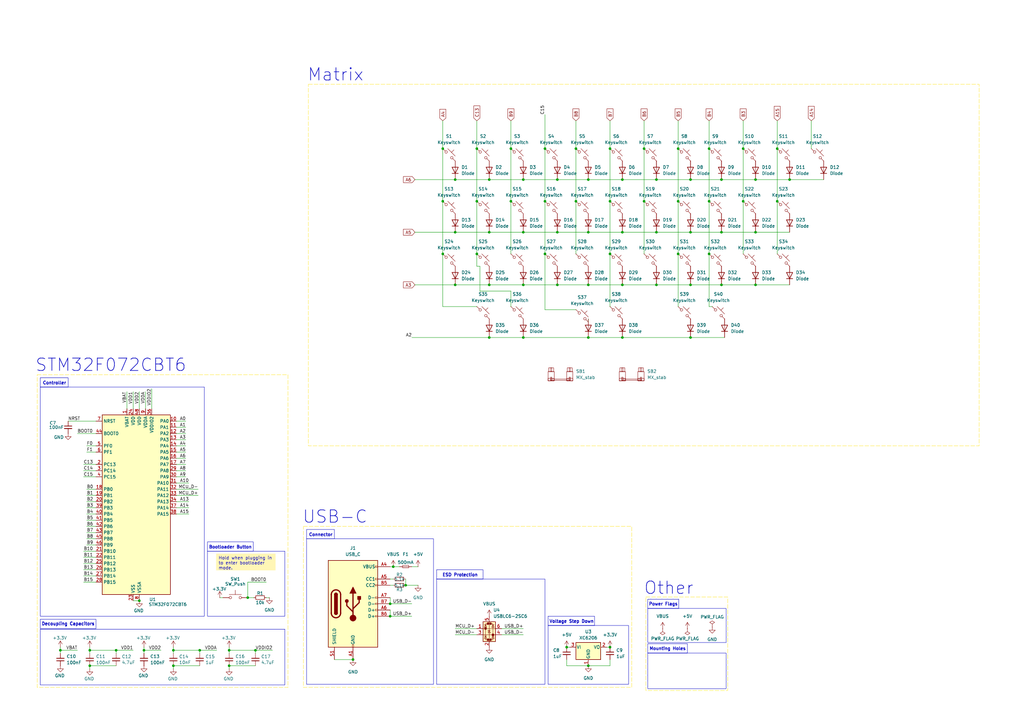
<source format=kicad_sch>
(kicad_sch (version 20231120) (generator "eeschema") (generator_version "8.0")
  (paper "A3")
  (title_block (rev "V1.0.0"))
  (junction (at 195.58 82.55))
  (junction (at 71.12 273.05))
  (junction (at 161.29 232.41))
  (junction (at 241.3 73.66))
  (junction (at 250.19 104.14))
  (junction (at 290.83 104.14))
  (junction (at 255.27 116.84))
  (junction (at 255.27 95.25))
  (junction (at 304.8 82.55))
  (junction (at 200.66 73.66))
  (junction (at 186.69 95.25))
  (junction (at 223.52 82.55))
  (junction (at 228.6 116.84))
  (junction (at 318.77 82.55))
  (junction (at 269.24 116.84))
  (junction (at 232.41 265.43))
  (junction (at 283.21 116.84))
  (junction (at 309.88 95.25))
  (junction (at 241.3 116.84))
  (junction (at 47.625 266.7))
  (junction (at 269.24 73.66))
  (junction (at 214.63 73.66))
  (junction (at 278.13 82.55))
  (junction (at 59.055 266.7))
  (junction (at 200.66 138.43))
  (junction (at 223.52 104.14))
  (junction (at 57.15 246.38))
  (junction (at 144.78 270.51))
  (junction (at 36.83 273.05))
  (junction (at 290.83 82.55))
  (junction (at 278.13 60.96))
  (junction (at 160.02 247.65))
  (junction (at 283.21 138.43))
  (junction (at 278.13 104.14))
  (junction (at 186.69 116.84))
  (junction (at 181.61 60.96))
  (junction (at 295.91 95.25))
  (junction (at 101.6 245.11))
  (junction (at 181.61 82.55))
  (junction (at 236.22 82.55))
  (junction (at 160.02 252.73))
  (junction (at 200.66 116.84))
  (junction (at 323.85 73.66))
  (junction (at 195.58 104.14))
  (junction (at 228.6 73.66))
  (junction (at 209.55 60.96))
  (junction (at 283.21 73.66))
  (junction (at 104.775 266.7))
  (junction (at 295.91 73.66))
  (junction (at 255.27 73.66))
  (junction (at 241.3 95.25))
  (junction (at 24.765 266.7))
  (junction (at 195.58 60.96))
  (junction (at 93.98 273.05))
  (junction (at 36.83 266.7))
  (junction (at 214.63 116.84))
  (junction (at 304.8 60.96))
  (junction (at 214.63 138.43))
  (junction (at 209.55 82.55))
  (junction (at 81.915 266.7))
  (junction (at 236.22 60.96))
  (junction (at 166.37 240.03))
  (junction (at 200.66 95.25))
  (junction (at 250.19 60.96))
  (junction (at 309.88 116.84))
  (junction (at 295.91 116.84))
  (junction (at 269.24 95.25))
  (junction (at 71.12 266.7))
  (junction (at 283.21 95.25))
  (junction (at 228.6 95.25))
  (junction (at 255.27 138.43))
  (junction (at 241.3 273.05))
  (junction (at 214.63 95.25))
  (junction (at 264.16 60.96))
  (junction (at 223.52 60.96))
  (junction (at 290.83 60.96))
  (junction (at 309.88 73.66))
  (junction (at 264.16 82.55))
  (junction (at 250.19 265.43))
  (junction (at 181.61 104.14))
  (junction (at 186.69 73.66))
  (junction (at 318.77 60.96))
  (junction (at 93.98 266.7))
  (junction (at 241.3 138.43))
  (junction (at 250.19 82.55))
  (wire (pts (xy 186.69 95.25) (xy 200.66 95.25)))
  (wire (pts (xy 186.69 116.84) (xy 200.66 116.84)))
  (wire (pts (xy 34.29 231.14) (xy 39.37 231.14)))
  (wire (pts (xy 34.29 238.76) (xy 39.37 238.76)))
  (wire (pts (xy 200.66 73.66) (xy 214.63 73.66)))
  (wire (pts (xy 71.12 266.7) (xy 71.12 267.97)))
  (wire (pts (xy 34.29 193.04) (xy 39.37 193.04)))
  (wire (pts (xy 160.02 250.19) (xy 160.02 252.73)))
  (wire (pts (xy 160.02 232.41) (xy 161.29 232.41)))
  (wire (pts (xy 52.07 160.655) (xy 52.07 167.64)))
  (wire (pts (xy 195.58 60.96) (xy 195.58 82.55)))
  (wire (pts (xy 27.94 172.72) (xy 39.37 172.72)))
  (wire (pts (xy 181.61 49.53) (xy 181.61 60.96)))
  (wire (pts (xy 332.74 49.53) (xy 332.74 60.96)))
  (wire (pts (xy 278.13 60.96) (xy 278.13 82.55)))
  (wire (pts (xy 76.2 193.04) (xy 72.39 193.04)))
  (wire (pts (xy 248.92 265.43) (xy 250.19 265.43)))
  (wire (pts (xy 76.2 185.42) (xy 72.39 185.42)))
  (wire (pts (xy 309.88 116.84) (xy 323.85 116.84)))
  (wire (pts (xy 24.765 266.7) (xy 24.765 267.97)))
  (wire (pts (xy 101.6 245.11) (xy 104.14 245.11)))
  (wire (pts (xy 47.625 266.7) (xy 47.625 267.97)))
  (wire (pts (xy 81.28 200.66) (xy 72.39 200.66)))
  (wire (pts (xy 24.765 265.43) (xy 24.765 266.7)))
  (wire (pts (xy 209.55 119.38) (xy 209.55 125.73)))
  (wire (pts (xy 278.13 49.53) (xy 278.13 60.96)))
  (wire (pts (xy 283.21 73.66) (xy 295.91 73.66)))
  (wire (pts (xy 278.13 104.14) (xy 278.13 125.73)))
  (wire (pts (xy 137.16 270.51) (xy 144.78 270.51)))
  (wire (pts (xy 166.37 237.49) (xy 166.37 240.03)))
  (wire (pts (xy 76.2 195.58) (xy 72.39 195.58)))
  (wire (pts (xy 160.02 245.11) (xy 160.02 247.65)))
  (wire (pts (xy 168.91 232.41) (xy 171.45 232.41)))
  (wire (pts (xy 228.6 95.25) (xy 241.3 95.25)))
  (wire (pts (xy 241.3 273.05) (xy 250.19 273.05)))
  (wire (pts (xy 35.56 218.44) (xy 39.37 218.44)))
  (wire (pts (xy 250.19 82.55) (xy 250.19 104.14)))
  (wire (pts (xy 35.56 213.36) (xy 39.37 213.36)))
  (wire (pts (xy 181.61 125.73) (xy 195.58 125.73)))
  (wire (pts (xy 93.98 273.05) (xy 104.775 273.05)))
  (wire (pts (xy 168.91 138.43) (xy 200.66 138.43)))
  (wire (pts (xy 36.83 273.05) (xy 47.625 273.05)))
  (wire (pts (xy 77.47 210.82) (xy 72.39 210.82)))
  (wire (pts (xy 255.27 73.66) (xy 269.24 73.66)))
  (wire (pts (xy 35.56 203.2) (xy 39.37 203.2)))
  (wire (pts (xy 250.19 104.14) (xy 250.19 125.73)))
  (wire (pts (xy 34.29 228.6) (xy 39.37 228.6)))
  (wire (pts (xy 160.02 237.49) (xy 161.29 237.49)))
  (wire (pts (xy 76.2 180.34) (xy 72.39 180.34)))
  (wire (pts (xy 250.19 270.51) (xy 250.19 273.05)))
  (wire (pts (xy 318.77 60.96) (xy 318.77 82.55)))
  (wire (pts (xy 232.41 265.43) (xy 233.68 265.43)))
  (wire (pts (xy 186.69 73.66) (xy 200.66 73.66)))
  (wire (pts (xy 236.22 60.96) (xy 236.22 82.55)))
  (wire (pts (xy 255.27 138.43) (xy 283.21 138.43)))
  (wire (pts (xy 200.66 138.43) (xy 214.63 138.43)))
  (wire (pts (xy 35.56 182.88) (xy 39.37 182.88)))
  (wire (pts (xy 214.63 116.84) (xy 228.6 116.84)))
  (wire (pts (xy 290.83 82.55) (xy 290.83 104.14)))
  (wire (pts (xy 76.2 172.72) (xy 72.39 172.72)))
  (wire (pts (xy 304.8 49.53) (xy 304.8 60.96)))
  (wire (pts (xy 186.69 257.81) (xy 195.58 257.81)))
  (wire (pts (xy 181.61 82.55) (xy 181.61 104.14)))
  (wire (pts (xy 66.04 266.7) (xy 59.055 266.7)))
  (wire (pts (xy 250.19 60.96) (xy 250.19 82.55)))
  (wire (pts (xy 109.22 245.11) (xy 110.49 245.11)))
  (wire (pts (xy 161.29 232.41) (xy 163.83 232.41)))
  (wire (pts (xy 104.775 266.7) (xy 111.76 266.7)))
  (wire (pts (xy 236.22 82.55) (xy 236.22 104.14)))
  (wire (pts (xy 323.85 73.66) (xy 337.82 73.66)))
  (wire (pts (xy 54.61 246.38) (xy 57.15 246.38)))
  (wire (pts (xy 36.83 274.32) (xy 36.83 273.05)))
  (wire (pts (xy 309.88 73.66) (xy 323.85 73.66)))
  (wire (pts (xy 59.69 160.655) (xy 59.69 167.64)))
  (wire (pts (xy 62.23 159.385) (xy 62.23 167.64)))
  (wire (pts (xy 209.55 82.55) (xy 209.55 104.14)))
  (wire (pts (xy 35.56 208.28) (xy 39.37 208.28)))
  (wire (pts (xy 34.29 226.06) (xy 39.37 226.06)))
  (wire (pts (xy 255.27 95.25) (xy 269.24 95.25)))
  (wire (pts (xy 34.29 233.68) (xy 39.37 233.68)))
  (wire (pts (xy 170.18 95.25) (xy 186.69 95.25)))
  (wire (pts (xy 93.98 265.43) (xy 93.98 266.7)))
  (wire (pts (xy 209.55 60.96) (xy 209.55 82.55)))
  (wire (pts (xy 223.52 82.55) (xy 223.52 104.14)))
  (wire (pts (xy 295.91 116.84) (xy 309.88 116.84)))
  (wire (pts (xy 71.12 274.32) (xy 71.12 273.05)))
  (wire (pts (xy 214.63 260.35) (xy 205.74 260.35)))
  (wire (pts (xy 269.24 95.25) (xy 283.21 95.25)))
  (wire (pts (xy 186.69 260.35) (xy 195.58 260.35)))
  (wire (pts (xy 223.52 104.14) (xy 223.52 127)))
  (wire (pts (xy 35.56 205.74) (xy 39.37 205.74)))
  (wire (pts (xy 196.85 119.38) (xy 209.55 119.38)))
  (wire (pts (xy 76.2 175.26) (xy 72.39 175.26)))
  (wire (pts (xy 250.19 49.53) (xy 250.19 60.96)))
  (wire (pts (xy 264.16 60.96) (xy 264.16 82.55)))
  (wire (pts (xy 241.3 95.25) (xy 255.27 95.25)))
  (wire (pts (xy 34.29 236.22) (xy 39.37 236.22)))
  (wire (pts (xy 269.24 73.66) (xy 283.21 73.66)))
  (wire (pts (xy 241.3 73.66) (xy 255.27 73.66)))
  (wire (pts (xy 36.83 265.43) (xy 36.83 266.7)))
  (wire (pts (xy 209.55 49.53) (xy 209.55 60.96)))
  (wire (pts (xy 77.47 208.28) (xy 72.39 208.28)))
  (wire (pts (xy 283.21 95.25) (xy 295.91 95.25)))
  (wire (pts (xy 57.15 160.655) (xy 57.15 167.64)))
  (wire (pts (xy 93.98 266.7) (xy 93.98 267.97)))
  (wire (pts (xy 214.63 257.81) (xy 205.74 257.81)))
  (wire (pts (xy 264.16 49.53) (xy 264.16 60.96)))
  (wire (pts (xy 241.3 132.08) (xy 241.3 130.81)))
  (wire (pts (xy 304.8 82.55) (xy 304.8 104.14)))
  (wire (pts (xy 170.18 73.66) (xy 186.69 73.66)))
  (wire (pts (xy 232.41 273.05) (xy 241.3 273.05)))
  (wire (pts (xy 241.3 116.84) (xy 255.27 116.84)))
  (wire (pts (xy 195.58 82.55) (xy 195.58 104.14)))
  (wire (pts (xy 304.8 60.96) (xy 304.8 82.55)))
  (wire (pts (xy 101.6 238.76) (xy 101.6 245.11)))
  (wire (pts (xy 47.625 266.7) (xy 54.61 266.7)))
  (wire (pts (xy 283.21 138.43) (xy 297.18 138.43)))
  (wire (pts (xy 223.52 127) (xy 236.22 127)))
  (wire (pts (xy 168.91 247.65) (xy 160.02 247.65)))
  (wire (pts (xy 168.91 252.73) (xy 160.02 252.73)))
  (wire (pts (xy 290.83 60.96) (xy 290.83 82.55)))
  (wire (pts (xy 228.6 116.84) (xy 241.3 116.84)))
  (wire (pts (xy 195.58 109.22) (xy 195.58 104.14)))
  (wire (pts (xy 81.28 203.2) (xy 72.39 203.2)))
  (wire (pts (xy 59.055 266.7) (xy 59.055 267.97)))
  (wire (pts (xy 76.2 190.5) (xy 72.39 190.5)))
  (wire (pts (xy 196.85 119.38) (xy 196.85 109.22)))
  (wire (pts (xy 214.63 95.25) (xy 228.6 95.25)))
  (wire (pts (xy 76.2 182.88) (xy 72.39 182.88)))
  (wire (pts (xy 35.56 185.42) (xy 39.37 185.42)))
  (wire (pts (xy 71.12 273.05) (xy 81.915 273.05)))
  (wire (pts (xy 232.41 270.51) (xy 232.41 273.05)))
  (wire (pts (xy 34.29 195.58) (xy 39.37 195.58)))
  (wire (pts (xy 236.22 49.53) (xy 236.22 60.96)))
  (wire (pts (xy 318.77 49.53) (xy 318.77 60.96)))
  (wire (pts (xy 228.6 73.66) (xy 241.3 73.66)))
  (wire (pts (xy 264.16 82.55) (xy 264.16 104.14)))
  (wire (pts (xy 59.055 265.43) (xy 59.055 266.7)))
  (wire (pts (xy 76.2 177.8) (xy 72.39 177.8)))
  (wire (pts (xy 255.27 116.84) (xy 269.24 116.84)))
  (wire (pts (xy 90.17 245.11) (xy 91.44 245.11)))
  (wire (pts (xy 93.98 274.32) (xy 93.98 273.05)))
  (wire (pts (xy 181.61 60.96) (xy 181.61 82.55)))
  (wire (pts (xy 283.21 116.84) (xy 295.91 116.84)))
  (wire (pts (xy 290.83 49.53) (xy 290.83 60.96)))
  (wire (pts (xy 71.12 265.43) (xy 71.12 266.7)))
  (wire (pts (xy 309.88 95.25) (xy 323.85 95.25)))
  (wire (pts (xy 290.83 104.14) (xy 290.83 125.73)))
  (wire (pts (xy 36.83 266.7) (xy 47.625 266.7)))
  (wire (pts (xy 170.18 116.84) (xy 186.69 116.84)))
  (wire (pts (xy 109.22 238.76) (xy 101.6 238.76)))
  (wire (pts (xy 200.66 116.84) (xy 214.63 116.84)))
  (wire (pts (xy 223.52 60.96) (xy 223.52 82.55)))
  (wire (pts (xy 35.56 223.52) (xy 39.37 223.52)))
  (wire (pts (xy 104.775 266.7) (xy 104.775 267.97)))
  (wire (pts (xy 200.66 95.25) (xy 214.63 95.25)))
  (wire (pts (xy 223.52 46.99) (xy 223.52 60.96)))
  (wire (pts (xy 81.915 266.7) (xy 81.915 267.97)))
  (wire (pts (xy 35.56 210.82) (xy 39.37 210.82)))
  (wire (pts (xy 36.83 266.7) (xy 36.83 267.97)))
  (wire (pts (xy 160.02 240.03) (xy 161.29 240.03)))
  (wire (pts (xy 31.75 266.7) (xy 24.765 266.7)))
  (wire (pts (xy 290.83 125.73) (xy 292.1 125.73)))
  (wire (pts (xy 214.63 138.43) (xy 241.3 138.43)))
  (wire (pts (xy 295.91 73.66) (xy 309.88 73.66)))
  (wire (pts (xy 54.61 160.655) (xy 54.61 167.64)))
  (wire (pts (xy 241.3 138.43) (xy 255.27 138.43)))
  (wire (pts (xy 71.12 266.7) (xy 81.915 266.7)))
  (wire (pts (xy 181.61 104.14) (xy 181.61 125.73)))
  (wire (pts (xy 81.915 266.7) (xy 88.9 266.7)))
  (wire (pts (xy 77.47 198.12) (xy 72.39 198.12)))
  (wire (pts (xy 77.47 205.74) (xy 72.39 205.74)))
  (wire (pts (xy 35.56 220.98) (xy 39.37 220.98)))
  (wire (pts (xy 76.2 187.96) (xy 72.39 187.96)))
  (wire (pts (xy 31.75 177.8) (xy 39.37 177.8)))
  (wire (pts (xy 269.24 116.84) (xy 283.21 116.84)))
  (wire (pts (xy 318.77 82.55) (xy 318.77 104.14)))
  (wire (pts (xy 295.91 95.25) (xy 309.88 95.25)))
  (wire (pts (xy 34.29 190.5) (xy 39.37 190.5)))
  (wire (pts (xy 278.13 82.55) (xy 278.13 104.14)))
  (wire (pts (xy 196.85 109.22) (xy 195.58 109.22)))
  (wire (pts (xy 195.58 49.53) (xy 195.58 60.96)))
  (wire (pts (xy 166.37 240.03) (xy 171.45 240.03)))
  (wire (pts (xy 35.56 200.66) (xy 39.37 200.66)))
  (wire (pts (xy 93.98 266.7) (xy 104.775 266.7)))
  (wire (pts (xy 214.63 73.66) (xy 228.6 73.66)))
  (wire (pts (xy 35.56 215.9) (xy 39.37 215.9)))
  (rectangle (start 179.07 237.49) (end 223.52 280.67))
  (rectangle (start 16.51 258.064) (end 116.84 280.924))
  (rectangle (start 125.73 217.17) (end 137.16 220.98))
  (rectangle (start 265.684 264.033) (end 281.94 267.843))
  (rectangle (start 224.79 256.54) (end 257.81 280.67))
  (rectangle (start 15.24 153.67) (end 118.11 281.94) (stroke (width 0) (type dash) (color 255 229 36 1)))
  (rectangle (start 16.51 154.94) (end 27.94 158.75))
  (rectangle (start 265.684 245.745) (end 278.384 249.555))
  (rectangle (start 124.46 215.9) (end 259.08 281.94) (stroke (width 0) (type dash) (color 255 229 36 1)))
  (rectangle (start 85.09 222.25) (end 103.886 226.06))
  (rectangle (start 265.684 267.843) (end 297.815 282.448))
  (rectangle (start 264.922 244.856) (end 298.45 283.21) (stroke (width 0) (type dash) (color 255 229 36 1)))
  (rectangle (start 224.79 252.73) (end 243.84 256.54))
  (rectangle (start 85.09 226.06) (end 116.84 252.73))
  (rectangle (start 179.07 233.68) (end 198.12 237.49))
  (rectangle (start 126.492 34.544) (end 401.574 182.88) (stroke (width 0) (type dash) (color 255 229 36 1)))
  (rectangle (start 16.51 158.75) (end 83.82 252.73))
  (rectangle (start 125.73 220.98) (end 177.8 280.67))
  (rectangle (start 265.684 249.555) (end 297.815 263.525))
  (rectangle (start 16.51 254) (end 39.37 257.81))
  (text_box "Hold when plugging in to enter bootloader mode." (at 88.646 227.076 0) (size 24.384 6.858) (stroke (width -0.0001)) (fill (type color) (color 255 229 36 0.33)) (effects (font (size 1.27 1.27)) (justify left top)))
  (text "STM32F072CBT6" (at 45.466 149.86 0) (effects (font (size 5.08 5.08) (thickness 0.254) (bold yes))))
  (text "USB-C\n" (at 137.414 212.09 0) (effects (font (size 5.08 5.08) (thickness 0.254) (bold yes))))
  (text "Mounting Holes" (at 273.812 266.192 0) (effects (font (size 1.27 1.27) (thickness 0.254) (bold yes))))
  (text "Decoupling Capacitors" (at 27.94 256.032 0) (effects (font (size 1.27 1.27) (thickness 0.254) (bold yes))))
  (text "Controller\n" (at 22.352 157.226 0) (effects (font (size 1.27 1.27) (thickness 0.254) (bold yes))))
  (text "ESD Protection" (at 188.722 235.966 0) (effects (font (size 1.27 1.27) (thickness 0.254) (bold yes))))
  (text "Power Flags" (at 272.034 247.904 0) (effects (font (size 1.27 1.27) (thickness 0.254) (bold yes))))
  (text "Voltage Step Down" (at 234.442 255.016 0) (effects (font (size 1.27 1.27) (thickness 0.254) (bold yes))))
  (text "Other" (at 274.32 241.3 0) (effects (font (size 5.08 5.08) (thickness 0.254) (bold yes))))
  (text "Bootloader Button" (at 94.488 224.536 0) (effects (font (size 1.27 1.27) (thickness 0.254) (bold yes))))
  (text "Matrix" (at 137.668 30.734 0) (effects (font (size 5.08 5.08) (thickness 0.254) (bold yes))))
  (text "Connector\n" (at 131.572 219.456 0) (effects (font (size 1.27 1.27) (thickness 0.254) (bold yes))))
  (label "A7" (at 76.2 190.5 180))
  (label "A6" (at 76.2 187.96 180))
  (label "A10" (at 77.47 198.12 180))
  (label "B0" (at 35.56 200.66 0))
  (label "B6" (at 35.56 215.9 0))
  (label "MCU_D-" (at 81.28 200.66 180))
  (label "A3" (at 76.2 180.34 180))
  (label "B7" (at 35.56 218.44 0))
  (label "A15" (at 77.47 210.82 180))
  (label "VBAT" (at 31.75 266.7 180))
  (label "A5" (at 76.2 185.42 180))
  (label "B5" (at 35.56 213.36 0))
  (label "B1" (at 35.56 203.2 0))
  (label "B9" (at 35.56 223.52 0))
  (label "VDDIO2" (at 62.23 159.385 270))
  (label "USB_D+" (at 168.91 252.73 180))
  (label "B11" (at 34.29 228.6 0))
  (label "B4" (at 35.56 210.82 0))
  (label "MCU_D+" (at 81.28 203.2 180))
  (label "A14" (at 77.47 208.28 180))
  (label "NRST" (at 27.94 172.72 0))
  (label "VDDIO2" (at 111.76 266.7 180))
  (label "VDD2" (at 57.15 160.655 270))
  (label "A2" (at 76.2 177.8 180))
  (label "VDDA" (at 59.69 160.655 270))
  (label "F0" (at 35.56 182.88 0))
  (label "BOOT0" (at 109.22 238.76 180))
  (label "B15" (at 34.29 238.76 0))
  (label "F1" (at 35.56 185.42 0))
  (label "A13" (at 77.47 205.74 180))
  (label "B12" (at 34.29 231.14 0))
  (label "A9" (at 76.2 195.58 180))
  (label "A2" (at 168.91 138.43 180))
  (label "A8" (at 76.2 193.04 180))
  (label "C15" (at 223.52 46.99 90))
  (label "C13" (at 34.29 190.5 0))
  (label "B8" (at 35.56 220.98 0))
  (label "USB_D-" (at 168.91 247.65 180))
  (label "MCU_D-" (at 186.69 260.35 0))
  (label "BOOT0" (at 31.75 177.8 0))
  (label "A1" (at 76.2 175.26 180))
  (label "B2" (at 35.56 205.74 0))
  (label "C15" (at 34.29 195.58 0))
  (label "B13" (at 34.29 233.68 0))
  (label "VDD1" (at 54.61 160.655 270))
  (label "VDDA" (at 88.9 266.7 180))
  (label "VDD2" (at 66.04 266.7 180))
  (label "B3" (at 35.56 208.28 0))
  (label "B10" (at 34.29 226.06 0))
  (label "USB_D-" (at 214.63 260.35 180))
  (label "VBAT" (at 52.07 160.655 270))
  (label "A0" (at 76.2 172.72 180))
  (label "B14" (at 34.29 236.22 0))
  (label "MCU_D+" (at 186.69 257.81 0))
  (label "A4" (at 76.2 182.88 180))
  (label "USB_D+" (at 214.63 257.81 180))
  (label "VDD1" (at 54.61 266.7 180))
  (label "C14" (at 34.29 193.04 0))
  (global_label "A14" (shape input) (at 332.74 49.53 90) (property "Intersheetrefs" "${INTERSHEET_REFS}" (effects (hide yes))))
  (global_label "B6" (shape input) (at 264.16 49.53 90) (property "Intersheetrefs" "${INTERSHEET_REFS}" (effects (hide yes))))
  (global_label "B5" (shape input) (at 278.13 49.53 90) (property "Intersheetrefs" "${INTERSHEET_REFS}" (effects (hide yes))))
  (global_label "A4" (shape input) (at 181.61 49.53 90) (property "Intersheetrefs" "${INTERSHEET_REFS}" (effects (hide yes))))
  (global_label "B7" (shape input) (at 250.19 49.53 90) (property "Intersheetrefs" "${INTERSHEET_REFS}" (effects (hide yes))))
  (global_label "A3" (shape input) (at 170.18 116.84 180) (property "Intersheetrefs" "${INTERSHEET_REFS}" (effects (hide yes))))
  (global_label "A6" (shape input) (at 170.18 73.66 180) (property "Intersheetrefs" "${INTERSHEET_REFS}" (effects (hide yes))))
  (global_label "A15" (shape input) (at 318.77 49.53 90) (property "Intersheetrefs" "${INTERSHEET_REFS}" (effects (hide yes))))
  (global_label "B3" (shape input) (at 304.8 49.53 90) (property "Intersheetrefs" "${INTERSHEET_REFS}" (effects (hide yes))))
  (global_label "B8" (shape input) (at 236.22 49.53 90) (property "Intersheetrefs" "${INTERSHEET_REFS}" (effects (hide yes))))
  (global_label "B4" (shape input) (at 290.83 49.53 90) (property "Intersheetrefs" "${INTERSHEET_REFS}" (effects (hide yes))))
  (global_label "B9" (shape input) (at 209.55 49.53 90) (property "Intersheetrefs" "${INTERSHEET_REFS}" (effects (hide yes))))
  (global_label "A5" (shape input) (at 170.18 95.25 180) (property "Intersheetrefs" "${INTERSHEET_REFS}" (effects (hide yes))))
  (global_label "C13" (shape input) (at 195.58 49.53 90) (property "Intersheetrefs" "${INTERSHEET_REFS}" (effects (hide yes))))
  (symbol (lib_id "ScottoKeebs:Placeholder_Keyswitch") (at 293.37 63.5 0) (unit 1)
    (property "Reference" "S9" (at 293.37 55.88 0))
    (property "Value" "Keyswitch" (at 293.37 58.42 0))
    (property "Footprint" "PCM_marbastlib-mx:SW_MX_1u" (effects (hide yes)))
    (property "Description" "Push button switch, normally open, two pins, 45° tilted" (effects (hide yes)))
  )
  (symbol (lib_id "ScottoKeebs:Placeholder_Diode") (at 255.27 91.44 90) (unit 1)
    (property "Reference" "D18" (at 257.81 90.1699 90) (effects (justify right)))
    (property "Value" "Diode" (at 257.81 92.7099 90) (effects (justify right)))
    (property "Footprint" "ScottoKeebs_Components:Diode_SOD-123" (effects (hide yes)))
    (property "Description" "1N4148 (DO-35) or 1N4148W (SOD-123)" (effects (hide yes)))
    (property "Sim.Device" "D" (effects (hide yes)))
    (property "Sim.Pins" "1=K 2=A" (effects (hide yes)))
  )
  (symbol (lib_id "ScottoKeebs:Placeholder_Keyswitch") (at 321.31 85.09 0) (unit 1)
    (property "Reference" "S23" (at 321.31 77.47 0))
    (property "Value" "Keyswitch" (at 321.31 80.01 0))
    (property "Footprint" "PCM_marbastlib-mx:SW_MX_1.75u" (effects (hide yes)))
    (property "Description" "Push button switch, normally open, two pins, 45° tilted" (effects (hide yes)))
  )
  (symbol (lib_id "power:+3.3V") (at 93.98 265.43 0) (unit 1)
    (property "Reference" "#PWR024" (effects (hide yes)))
    (property "Value" "+3.3V" (at 93.726 261.62 0))
    (property "Description" "Power symbol creates a global label with name \"+3.3V\"" (effects (hide yes)))
  )
  (symbol (lib_id "power:+3.3V") (at 90.17 245.11 0) (unit 1)
    (property "Reference" "#PWR06" (effects (hide yes)))
    (property "Value" "+3.3V" (at 89.916 241.554 0))
    (property "Description" "Power symbol creates a global label with name \"+3.3V\"" (effects (hide yes)))
  )
  (symbol (lib_id "MCU_ST_STM32F0:STM32F072CBTx") (at 54.61 208.28 0) (unit 1)
    (property "Reference" "U1" (at 61.214 245.872 0) (effects (justify left)))
    (property "Value" "STM32F072CBT6" (at 60.96 247.904 0) (effects (justify left)))
    (property "Footprint" "ScottoKeebs_Components:Package_LQFP-48_7x7mm_P0.5" (effects (hide yes)))
    (property "Datasheet" "https://www.st.com/resource/en/datasheet/stm32f072cb.pdf" (effects (hide yes)))
    (property "Description" "STMicroelectronics Arm Cortex-M0 MCU, 128KB flash, 16KB RAM, 48 MHz, 2.0-3.6V, 37 GPIO, LQFP48" (effects (hide yes)))
    (property "LCSC" "C81720" (effects (hide yes)))
    (property "JlcRotOffset" "-90" (effects (hide yes)))
  )
  (symbol (lib_id "Regulator_Linear:XC6206PxxxMR") (at 241.3 265.43 0) (unit 1)
    (property "Reference" "U3" (at 241.3 259.08 0))
    (property "Value" "XC6206" (at 241.3 261.62 0))
    (property "Footprint" "ScottoKeebs_Components:Voltage_SOT-23" (effects (hide yes)))
    (property "Datasheet" "https://www.torexsemi.com/file/xc6206/XC6206.pdf" (effects (hide yes)))
    (property "Description" "Positive 60-250mA Low Dropout Regulator, Fixed Output, SOT-23" (effects (hide yes)))
    (property "LCSC" "C5446" (effects (hide yes)))
    (property "JlcRotOffset" "180" (effects (hide yes)))
  )
  (symbol (lib_id "power:+5V") (at 171.45 232.41 0) (unit 1)
    (property "Reference" "#PWR010" (effects (hide yes)))
    (property "Value" "+5V" (at 171.45 227.33 0))
    (property "Description" "Power symbol creates a global label with name \"+5V\"" (effects (hide yes)))
  )
  (symbol (lib_id "power:GND") (at 57.15 246.38 0) (unit 1)
    (property "Reference" "#PWR02" (effects (hide yes)))
    (property "Value" "GND" (at 56.896 250.444 0))
    (property "Description" "Power symbol creates a global label with name \"GND\" , ground" (effects (hide yes)))
  )
  (symbol (lib_id "ScottoKeebs:Placeholder_Diode") (at 241.3 113.03 90) (unit 1)
    (property "Reference" "D28" (at 243.84 111.7599 90) (effects (justify right)))
    (property "Value" "Diode" (at 243.84 114.2999 90) (effects (justify right)))
    (property "Footprint" "ScottoKeebs_Components:Diode_SOD-123" (effects (hide yes)))
    (property "Description" "1N4148 (DO-35) or 1N4148W (SOD-123)" (effects (hide yes)))
    (property "Sim.Device" "D" (effects (hide yes)))
    (property "Sim.Pins" "1=K 2=A" (effects (hide yes)))
  )
  (symbol (lib_id "ScottoKeebs:Placeholder_Keyswitch") (at 321.31 63.5 0) (unit 1)
    (property "Reference" "S11" (at 321.31 55.88 0))
    (property "Value" "Keyswitch" (at 321.31 58.42 0))
    (property "Footprint" "PCM_marbastlib-mx:SW_MX_1u" (effects (hide yes)))
    (property "Description" "Push button switch, normally open, two pins, 45° tilted" (effects (hide yes)))
  )
  (symbol (lib_id "Device:R_Small") (at 106.68 245.11 270) (unit 1)
    (property "Reference" "R1" (at 106.68 243.332 90))
    (property "Value" "10k" (at 106.68 247.142 90))
    (property "Footprint" "ScottoKeebs_Components:Resistor_0402" (effects (hide yes)))
    (property "Description" "Resistor, small symbol" (effects (hide yes)))
    (property "LCSC" "C25744" (effects (hide yes)))
  )
  (symbol (lib_id "ScottoKeebs:Placeholder_Keyswitch") (at 280.67 106.68 0) (unit 1)
    (property "Reference" "S31" (at 280.67 99.06 0))
    (property "Value" "Keyswitch" (at 280.67 101.6 0))
    (property "Footprint" "PCM_marbastlib-mx:SW_MX_1u" (effects (hide yes)))
    (property "Description" "Push button switch, normally open, two pins, 45° tilted" (effects (hide yes)))
  )
  (symbol (lib_id "Device:C_Small") (at 36.83 270.51 180) (unit 1)
    (property "Reference" "C11" (at 39.37 269.2335 0) (effects (justify right)))
    (property "Value" "100nF" (at 39.37 271.7735 0) (effects (justify right)))
    (property "Footprint" "ScottoKeebs_Components:Capacitor_0402" (effects (hide yes)))
    (property "Description" "Unpolarized capacitor, small symbol" (effects (hide yes)))
    (property "LCSC" "C307331" (effects (hide yes)))
    (property "MPN" "CL05B104KB54PNC" (effects (hide yes)))
  )
  (symbol (lib_id "ScottoKeebs:Placeholder_Keyswitch") (at 252.73 128.27 0) (unit 1)
    (property "Reference" "S38" (at 252.73 120.65 0))
    (property "Value" "Keyswitch" (at 252.73 123.19 0))
    (property "Footprint" "PCM_marbastlib-mx:SW_MX_1u" (effects (hide yes)))
    (property "Description" "Push button switch, normally open, two pins, 45° tilted" (effects (hide yes)))
  )
  (symbol (lib_id "ScottoKeebs:Placeholder_Keyswitch") (at 226.06 106.68 0) (unit 1)
    (property "Reference" "S27" (at 226.06 99.06 0))
    (property "Value" "Keyswitch" (at 226.06 101.6 0))
    (property "Footprint" "PCM_marbastlib-mx:SW_MX_1u" (effects (hide yes)))
    (property "Description" "Push button switch, normally open, two pins, 45° tilted" (effects (hide yes)))
  )
  (symbol (lib_id "ScottoKeebs:Placeholder_Diode") (at 200.66 134.62 90) (unit 1)
    (property "Reference" "D35" (at 203.2 133.3499 90) (effects (justify right)))
    (property "Value" "Diode" (at 203.2 135.8899 90) (effects (justify right)))
    (property "Footprint" "ScottoKeebs_Components:Diode_SOD-123" (effects (hide yes)))
    (property "Description" "1N4148 (DO-35) or 1N4148W (SOD-123)" (effects (hide yes)))
    (property "Sim.Device" "D" (effects (hide yes)))
    (property "Sim.Pins" "1=K 2=A" (effects (hide yes)))
  )
  (symbol (lib_id "power:+3.3V") (at 24.765 265.43 0) (unit 1)
    (property "Reference" "#PWR020" (effects (hide yes)))
    (property "Value" "+3.3V" (at 24.511 261.62 0))
    (property "Description" "Power symbol creates a global label with name \"+3.3V\"" (effects (hide yes)))
  )
  (symbol (lib_id "power:+5V") (at 232.41 265.43 0) (unit 1)
    (property "Reference" "#PWR016" (effects (hide yes)))
    (property "Value" "+5V" (at 232.41 260.35 0))
    (property "Description" "Power symbol creates a global label with name \"+5V\"" (effects (hide yes)))
  )
  (symbol (lib_id "ScottoKeebs:Placeholder_Diode") (at 200.66 91.44 90) (unit 1)
    (property "Reference" "D14" (at 203.2 90.1699 90) (effects (justify right)))
    (property "Value" "Diode" (at 203.2 92.7099 90) (effects (justify right)))
    (property "Footprint" "ScottoKeebs_Components:Diode_SOD-123" (effects (hide yes)))
    (property "Description" "1N4148 (DO-35) or 1N4148W (SOD-123)" (effects (hide yes)))
    (property "Sim.Device" "D" (effects (hide yes)))
    (property "Sim.Pins" "1=K 2=A" (effects (hide yes)))
  )
  (symbol (lib_id "ScottoKeebs:Placeholder_Keyswitch") (at 238.76 106.68 0) (unit 1)
    (property "Reference" "S28" (at 238.76 99.06 0))
    (property "Value" "Keyswitch" (at 238.76 101.6 0))
    (property "Footprint" "PCM_marbastlib-mx:SW_MX_1u" (effects (hide yes)))
    (property "Description" "Push button switch, normally open, two pins, 45° tilted" (effects (hide yes)))
  )
  (symbol (lib_id "power:GND") (at 71.12 274.32 0) (unit 1)
    (property "Reference" "#PWR028" (effects (hide yes)))
    (property "Value" "GND" (at 70.866 278.384 0))
    (property "Description" "Power symbol creates a global label with name \"GND\" , ground" (effects (hide yes)))
  )
  (symbol (lib_id "Power_Protection:USBLC6-2SC6") (at 200.66 257.81 0) (unit 1)
    (property "Reference" "U4" (at 202.3111 250.19 0) (effects (justify left)))
    (property "Value" "USBLC6-2SC6" (at 202.3111 252.73 0) (effects (justify left)))
    (property "Footprint" "ScottoKeebs_Components:ESD_SOT-23-6" (effects (hide yes)))
    (property "Datasheet" "https://www.st.com/resource/en/datasheet/usblc6-2.pdf" (effects (hide yes)))
    (property "Description" "Very low capacitance ESD protection diode, 2 data-line, SOT-23-6" (effects (hide yes)))
    (property "LCSC" "C2827654" (effects (hide yes)))
    (property "JlcRotOffset" "-90" (effects (hide yes)))
  )
  (symbol (lib_id "ScottoKeebs:Placeholder_Diode") (at 269.24 69.85 90) (unit 1)
    (property "Reference" "D7" (at 271.78 68.5799 90) (effects (justify right)))
    (property "Value" "Diode" (at 271.78 71.1199 90) (effects (justify right)))
    (property "Footprint" "ScottoKeebs_Components:Diode_SOD-123" (effects (hide yes)))
    (property "Description" "1N4148 (DO-35) or 1N4148W (SOD-123)" (effects (hide yes)))
    (property "Sim.Device" "D" (effects (hide yes)))
    (property "Sim.Pins" "1=K 2=A" (effects (hide yes)))
  )
  (symbol (lib_id "power:+5V") (at 281.94 257.81 0) (unit 1)
    (property "Reference" "#PWR019" (effects (hide yes)))
    (property "Value" "+5V" (at 281.94 252.73 0))
    (property "Description" "Power symbol creates a global label with name \"+5V\"" (effects (hide yes)))
  )
  (symbol (lib_id "power:+3.3V") (at 36.83 265.43 0) (unit 1)
    (property "Reference" "#PWR021" (effects (hide yes)))
    (property "Value" "+3.3V" (at 36.576 261.62 0))
    (property "Description" "Power symbol creates a global label with name \"+3.3V\"" (effects (hide yes)))
  )
  (symbol (lib_id "ScottoKeebs:Placeholder_Keyswitch") (at 307.34 63.5 0) (unit 1)
    (property "Reference" "S10" (at 307.34 55.88 0))
    (property "Value" "Keyswitch" (at 307.34 58.42 0))
    (property "Footprint" "PCM_marbastlib-mx:SW_MX_1u" (effects (hide yes)))
    (property "Description" "Push button switch, normally open, two pins, 45° tilted" (effects (hide yes)))
  )
  (symbol (lib_id "ScottoKeebs:Placeholder_Keyswitch") (at 252.73 63.5 0) (unit 1)
    (property "Reference" "S6" (at 252.73 55.88 0))
    (property "Value" "Keyswitch" (at 252.73 58.42 0))
    (property "Footprint" "PCM_marbastlib-mx:SW_MX_1u" (effects (hide yes)))
    (property "Description" "Push button switch, normally open, two pins, 45° tilted" (effects (hide yes)))
  )
  (symbol (lib_id "ScottoKeebs:Placeholder_Diode") (at 241.3 134.62 90) (unit 1)
    (property "Reference" "D37" (at 243.84 133.3499 90) (effects (justify right)))
    (property "Value" "Diode" (at 243.84 135.8899 90) (effects (justify right)))
    (property "Footprint" "ScottoKeebs_Components:Diode_SOD-123" (effects (hide yes)))
    (property "Description" "1N4148 (DO-35) or 1N4148W (SOD-123)" (effects (hide yes)))
    (property "Sim.Device" "D" (effects (hide yes)))
    (property "Sim.Pins" "1=K 2=A" (effects (hide yes)))
  )
  (symbol (lib_id "Device:C_Small") (at 232.41 267.97 0) (unit 1)
    (property "Reference" "C8" (at 226.822 266.7 0) (effects (justify left)))
    (property "Value" "1uF" (at 226.822 269.24 0) (effects (justify left)))
    (property "Footprint" "ScottoKeebs_Components:Capacitor_0402" (effects (hide yes)))
    (property "Description" "Unpolarized capacitor, small symbol" (effects (hide yes)))
    (property "LCSC" "C52923" (effects (hide yes)))
  )
  (symbol (lib_id "power:GND") (at 144.78 270.51 0) (unit 1)
    (property "Reference" "#PWR08" (effects (hide yes)))
    (property "Value" "GND" (at 144.78 275.59 0))
    (property "Description" "Power symbol creates a global label with name \"GND\" , ground" (effects (hide yes)))
  )
  (symbol (lib_id "ScottoKeebs:Placeholder_Diode") (at 337.82 69.85 90) (unit 1)
    (property "Reference" "D12" (at 340.36 68.5799 90) (effects (justify right)))
    (property "Value" "Diode" (at 340.36 71.1199 90) (effects (justify right)))
    (property "Footprint" "ScottoKeebs_Components:Diode_SOD-123" (effects (hide yes)))
    (property "Description" "1N4148 (DO-35) or 1N4148W (SOD-123)" (effects (hide yes)))
    (property "Sim.Device" "D" (effects (hide yes)))
    (property "Sim.Pins" "1=K 2=A" (effects (hide yes)))
  )
  (symbol (lib_id "power:PWR_FLAG") (at 292.1 257.175 0) (unit 1)
    (property "Reference" "#FLG01" (effects (hide yes)))
    (property "Value" "PWR_FLAG" (at 292.1 253.0419 0))
    (property "Description" "Special symbol for telling ERC where power comes from" (effects (hide yes)))
  )
  (symbol (lib_id "Device:C_Small") (at 104.775 270.51 180) (unit 1)
    (property "Reference" "C17" (at 107.0991 269.2914 0) (effects (justify right)))
    (property "Value" "4.7uF" (at 107.0991 271.7157 0) (effects (justify right)))
    (property "Footprint" "ScottoKeebs_Components:Capacitor_0402" (effects (hide yes)))
    (property "Description" "Unpolarized capacitor, small symbol" (effects (hide yes)))
    (property "LCSC" "C23733" (effects (hide yes)))
    (property "MPN" "CL05A475MP5NRNC" (effects (hide yes)))
  )
  (symbol (lib_id "ScottoKeebs:Placeholder_Keyswitch") (at 238.76 129.54 0) (unit 1)
    (property "Reference" "S37" (at 238.76 121.92 0))
    (property "Value" "Keyswitch" (at 238.76 124.46 0))
    (property "Footprint" "PCM_marbastlib-mx:SW_MX_1u" (effects (hide yes)))
    (property "Description" "Push button switch, normally open, two pins, 45° tilted" (effects (hide yes)))
  )
  (symbol (lib_id "ScottoKeebs:Placeholder_Diode") (at 295.91 69.85 90) (unit 1)
    (property "Reference" "D9" (at 298.45 68.5799 90) (effects (justify right)))
    (property "Value" "Diode" (at 298.45 71.1199 90) (effects (justify right)))
    (property "Footprint" "ScottoKeebs_Components:Diode_SOD-123" (effects (hide yes)))
    (property "Description" "1N4148 (DO-35) or 1N4148W (SOD-123)" (effects (hide yes)))
    (property "Sim.Device" "D" (effects (hide yes)))
    (property "Sim.Pins" "1=K 2=A" (effects (hide yes)))
  )
  (symbol (lib_id "power:GND") (at 110.49 245.11 0) (unit 1)
    (property "Reference" "#PWR07" (effects (hide yes)))
    (property "Value" "GND" (at 110.49 250.19 0))
    (property "Description" "Power symbol creates a global label with name \"GND\" , ground" (effects (hide yes)))
  )
  (symbol (lib_id "power:GND") (at 59.055 273.05 0) (unit 1)
    (property "Reference" "#PWR026" (effects (hide yes)))
    (property "Value" "GND" (at 58.801 277.114 0))
    (property "Description" "Power symbol creates a global label with name \"GND\" , ground" (effects (hide yes)))
  )
  (symbol (lib_id "ScottoKeebs:Placeholder_Keyswitch") (at 184.15 106.68 0) (unit 1)
    (property "Reference" "S24" (at 184.15 99.06 0))
    (property "Value" "Keyswitch" (at 184.15 101.6 0))
    (property "Footprint" "PCM_marbastlib-mx:SW_MX_1.75u" (effects (hide yes)))
    (property "Description" "Push button switch, normally open, two pins, 45° tilted" (effects (hide yes)))
  )
  (symbol (lib_id "ScottoKeebs:Placeholder_Diode") (at 228.6 91.44 90) (unit 1)
    (property "Reference" "D16" (at 231.14 90.1699 90) (effects (justify right)))
    (property "Value" "Diode" (at 231.14 92.7099 90) (effects (justify right)))
    (property "Footprint" "ScottoKeebs_Components:Diode_SOD-123" (effects (hide yes)))
    (property "Description" "1N4148 (DO-35) or 1N4148W (SOD-123)" (effects (hide yes)))
    (property "Sim.Device" "D" (effects (hide yes)))
    (property "Sim.Pins" "1=K 2=A" (effects (hide yes)))
  )
  (symbol (lib_id "ScottoKeebs:Placeholder_Keyswitch") (at 238.76 85.09 0) (unit 1)
    (property "Reference" "S17" (at 238.76 77.47 0))
    (property "Value" "Keyswitch" (at 238.76 80.01 0))
    (property "Footprint" "PCM_marbastlib-mx:SW_MX_1u" (effects (hide yes)))
    (property "Description" "Push button switch, normally open, two pins, 45° tilted" (effects (hide yes)))
  )
  (symbol (lib_id "ScottoKeebs:Placeholder_Diode") (at 255.27 134.62 90) (unit 1)
    (property "Reference" "D38" (at 257.81 133.3499 90) (effects (justify right)))
    (property "Value" "Diode" (at 257.81 135.8899 90) (effects (justify right)))
    (property "Footprint" "ScottoKeebs_Components:Diode_SOD-123" (effects (hide yes)))
    (property "Description" "1N4148 (DO-35) or 1N4148W (SOD-123)" (effects (hide yes)))
    (property "Sim.Device" "D" (effects (hide yes)))
    (property "Sim.Pins" "1=K 2=A" (effects (hide yes)))
  )
  (symbol (lib_id "ScottoKeebs:Placeholder_Diode") (at 283.21 91.44 90) (unit 1)
    (property "Reference" "D20" (at 285.75 90.1699 90) (effects (justify right)))
    (property "Value" "Diode" (at 285.75 92.7099 90) (effects (justify right)))
    (property "Footprint" "ScottoKeebs_Components:Diode_SOD-123" (effects (hide yes)))
    (property "Description" "1N4148 (DO-35) or 1N4148W (SOD-123)" (effects (hide yes)))
    (property "Sim.Device" "D" (effects (hide yes)))
    (property "Sim.Pins" "1=K 2=A" (effects (hide yes)))
  )
  (symbol (lib_id "ScottoKeebs:Placeholder_Keyswitch") (at 198.12 128.27 0) (unit 1)
    (property "Reference" "S35" (at 198.12 120.65 0))
    (property "Value" "Keyswitch" (at 198.12 123.19 0))
    (property "Footprint" "PCM_marbastlib-mx:SW_MX_1u" (effects (hide yes)))
    (property "Description" "Push button switch, normally open, two pins, 45° tilted" (effects (hide yes)))
  )
  (symbol (lib_id "ScottoKeebs:Placeholder_Keyswitch") (at 212.09 63.5 0) (unit 1)
    (property "Reference" "S3" (at 212.09 55.88 0))
    (property "Value" "Keyswitch" (at 212.09 58.42 0))
    (property "Footprint" "PCM_marbastlib-mx:SW_MX_1u" (effects (hide yes)))
    (property "Description" "Push button switch, normally open, two pins, 45° tilted" (effects (hide yes)))
  )
  (symbol (lib_id "power:GND") (at 36.83 274.32 0) (unit 1)
    (property "Reference" "#PWR027" (effects (hide yes)))
    (property "Value" "GND" (at 36.576 278.384 0))
    (property "Description" "Power symbol creates a global label with name \"GND\" , ground" (effects (hide yes)))
  )
  (symbol (lib_id "ScottoKeebs:Placeholder_Keyswitch") (at 280.67 85.09 0) (unit 1)
    (property "Reference" "S20" (at 280.67 77.47 0))
    (property "Value" "Keyswitch" (at 280.67 80.01 0))
    (property "Footprint" "PCM_marbastlib-mx:SW_MX_1u" (effects (hide yes)))
    (property "Description" "Push button switch, normally open, two pins, 45° tilted" (effects (hide yes)))
  )
  (symbol (lib_id "ScottoKeebs:Placeholder_Diode") (at 295.91 91.44 90) (unit 1)
    (property "Reference" "D21" (at 298.45 90.1699 90) (effects (justify right)))
    (property "Value" "Diode" (at 298.45 92.7099 90) (effects (justify right)))
    (property "Footprint" "ScottoKeebs_Components:Diode_SOD-123" (effects (hide yes)))
    (property "Description" "1N4148 (DO-35) or 1N4148W (SOD-123)" (effects (hide yes)))
    (property "Sim.Device" "D" (effects (hide yes)))
    (property "Sim.Pins" "1=K 2=A" (effects (hide yes)))
  )
  (symbol (lib_id "ScottoKeebs:Placeholder_Diode") (at 214.63 91.44 90) (unit 1)
    (property "Reference" "D15" (at 217.17 90.1699 90) (effects (justify right)))
    (property "Value" "Diode" (at 217.17 92.7099 90) (effects (justify right)))
    (property "Footprint" "ScottoKeebs_Components:Diode_SOD-123" (effects (hide yes)))
    (property "Description" "1N4148 (DO-35) or 1N4148W (SOD-123)" (effects (hide yes)))
    (property "Sim.Device" "D" (effects (hide yes)))
    (property "Sim.Pins" "1=K 2=A" (effects (hide yes)))
  )
  (symbol (lib_id "ScottoKeebs:Placeholder_Diode") (at 255.27 113.03 90) (unit 1)
    (property "Reference" "D29" (at 257.81 111.7599 90) (effects (justify right)))
    (property "Value" "Diode" (at 257.81 114.2999 90) (effects (justify right)))
    (property "Footprint" "ScottoKeebs_Components:Diode_SOD-123" (effects (hide yes)))
    (property "Description" "1N4148 (DO-35) or 1N4148W (SOD-123)" (effects (hide yes)))
    (property "Sim.Device" "D" (effects (hide yes)))
    (property "Sim.Pins" "1=K 2=A" (effects (hide yes)))
  )
  (symbol (lib_id "power:GND") (at 241.3 273.05 0) (unit 1)
    (property "Reference" "#PWR015" (effects (hide yes)))
    (property "Value" "GND" (at 241.3 278.13 0))
    (property "Description" "Power symbol creates a global label with name \"GND\" , ground" (effects (hide yes)))
  )
  (symbol (lib_id "ScottoKeebs:Placeholder_Diode") (at 200.66 69.85 90) (unit 1)
    (property "Reference" "D2" (at 203.2 68.5799 90) (effects (justify right)))
    (property "Value" "Diode" (at 203.2 71.1199 90) (effects (justify right)))
    (property "Footprint" "ScottoKeebs_Components:Diode_SOD-123" (effects (hide yes)))
    (property "Description" "1N4148 (DO-35) or 1N4148W (SOD-123)" (effects (hide yes)))
    (property "Sim.Device" "D" (effects (hide yes)))
    (property "Sim.Pins" "1=K 2=A" (effects (hide yes)))
  )
  (symbol (lib_id "ScottoKeebs:Placeholder_Keyswitch") (at 293.37 106.68 0) (unit 1)
    (property "Reference" "S32" (at 293.37 99.06 0))
    (property "Value" "Keyswitch" (at 293.37 101.6 0))
    (property "Footprint" "PCM_marbastlib-mx:SW_MX_1u" (effects (hide yes)))
    (property "Description" "Push button switch, normally open, two pins, 45° tilted" (effects (hide yes)))
  )
  (symbol (lib_id "ScottoKeebs:Placeholder_Diode") (at 323.85 69.85 90) (unit 1)
    (property "Reference" "D11" (at 326.39 68.5799 90) (effects (justify right)))
    (property "Value" "Diode" (at 326.39 71.1199 90) (effects (justify right)))
    (property "Footprint" "ScottoKeebs_Components:Diode_SOD-123" (effects (hide yes)))
    (property "Description" "1N4148 (DO-35) or 1N4148W (SOD-123)" (effects (hide yes)))
    (property "Sim.Device" "D" (effects (hide yes)))
    (property "Sim.Pins" "1=K 2=A" (effects (hide yes)))
  )
  (symbol (lib_id "Device:C_Small") (at 47.625 270.51 180) (unit 1)
    (property "Reference" "C12" (at 49.9491 269.2914 0) (effects (justify right)))
    (property "Value" "4.7uF" (at 49.9491 271.7157 0) (effects (justify right)))
    (property "Footprint" "ScottoKeebs_Components:Capacitor_0402" (effects (hide yes)))
    (property "Description" "Unpolarized capacitor, small symbol" (effects (hide yes)))
    (property "LCSC" "C23733" (effects (hide yes)))
    (property "MPN" "CL05A475MP5NRNC" (effects (hide yes)))
  )
  (symbol (lib_id "ScottoKeebs:Placeholder_Diode") (at 269.24 91.44 90) (unit 1)
    (property "Reference" "D19" (at 271.78 90.1699 90) (effects (justify right)))
    (property "Value" "Diode" (at 271.78 92.7099 90) (effects (justify right)))
    (property "Footprint" "ScottoKeebs_Components:Diode_SOD-123" (effects (hide yes)))
    (property "Description" "1N4148 (DO-35) or 1N4148W (SOD-123)" (effects (hide yes)))
    (property "Sim.Device" "D" (effects (hide yes)))
    (property "Sim.Pins" "1=K 2=A" (effects (hide yes)))
  )
  (symbol (lib_id "ScottoKeebs:Placeholder_Diode") (at 214.63 69.85 90) (unit 1)
    (property "Reference" "D3" (at 217.17 68.5799 90) (effects (justify right)))
    (property "Value" "Diode" (at 217.17 71.1199 90) (effects (justify right)))
    (property "Footprint" "ScottoKeebs_Components:Diode_SOD-123" (effects (hide yes)))
    (property "Description" "1N4148 (DO-35) or 1N4148W (SOD-123)" (effects (hide yes)))
    (property "Sim.Device" "D" (effects (hide yes)))
    (property "Sim.Pins" "1=K 2=A" (effects (hide yes)))
  )
  (symbol (lib_id "ScottoKeebs:Placeholder_Diode") (at 228.6 69.85 90) (unit 1)
    (property "Reference" "D4" (at 231.14 68.5799 90) (effects (justify right)))
    (property "Value" "Diode" (at 231.14 71.1199 90) (effects (justify right)))
    (property "Footprint" "ScottoKeebs_Components:Diode_SOD-123" (effects (hide yes)))
    (property "Description" "1N4148 (DO-35) or 1N4148W (SOD-123)" (effects (hide yes)))
    (property "Sim.Device" "D" (effects (hide yes)))
    (property "Sim.Pins" "1=K 2=A" (effects (hide yes)))
  )
  (symbol (lib_id "power:+3.3V") (at 71.12 265.43 0) (unit 1)
    (property "Reference" "#PWR023" (effects (hide yes)))
    (property "Value" "+3.3V" (at 70.866 261.62 0))
    (property "Description" "Power symbol creates a global label with name \"+3.3V\"" (effects (hide yes)))
  )
  (symbol (lib_id "ScottoKeebs:Placeholder_Keyswitch") (at 293.37 85.09 0) (unit 1)
    (property "Reference" "S21" (at 293.37 77.47 0))
    (property "Value" "Keyswitch" (at 293.37 80.01 0))
    (property "Footprint" "PCM_marbastlib-mx:SW_MX_1u" (effects (hide yes)))
    (property "Description" "Push button switch, normally open, two pins, 45° tilted" (effects (hide yes)))
  )
  (symbol (lib_id "ScottoKeebs:Placeholder_Keyswitch") (at 212.09 85.09 0) (unit 1)
    (property "Reference" "S15" (at 212.09 77.47 0))
    (property "Value" "Keyswitch" (at 212.09 80.01 0))
    (property "Footprint" "PCM_marbastlib-mx:SW_MX_1u" (effects (hide yes)))
    (property "Description" "Push button switch, normally open, two pins, 45° tilted" (effects (hide yes)))
  )
  (symbol (lib_id "ScottoKeebs:Placeholder_Keyswitch") (at 280.67 128.27 0) (unit 1)
    (property "Reference" "S39" (at 280.67 120.65 0))
    (property "Value" "Keyswitch" (at 280.67 123.19 0))
    (property "Footprint" "PCM_marbastlib-mx:SW_MX_1.25u" (effects (hide yes)))
    (property "Description" "Push button switch, normally open, two pins, 45° tilted" (effects (hide yes)))
  )
  (symbol (lib_id "ScottoKeebs:Placeholder_Keyswitch") (at 184.15 85.09 0) (unit 1)
    (property "Reference" "S13" (at 184.15 77.47 0))
    (property "Value" "Keyswitch" (at 184.15 80.01 0))
    (property "Footprint" "PCM_marbastlib-mx:SW_MX_1.25u" (effects (hide yes)))
    (property "Description" "Push button switch, normally open, two pins, 45° tilted" (effects (hide yes)))
  )
  (symbol (lib_id "ScottoKeebs:Placeholder_Keyswitch") (at 238.76 63.5 0) (unit 1)
    (property "Reference" "S5" (at 238.76 55.88 0))
    (property "Value" "Keyswitch" (at 238.76 58.42 0))
    (property "Footprint" "PCM_marbastlib-mx:SW_MX_1u" (effects (hide yes)))
    (property "Description" "Push button switch, normally open, two pins, 45° tilted" (effects (hide yes)))
  )
  (symbol (lib_id "ScottoKeebs:Placeholder_Diode") (at 309.88 69.85 90) (unit 1)
    (property "Reference" "D10" (at 312.42 68.5799 90) (effects (justify right)))
    (property "Value" "Diode" (at 312.42 71.1199 90) (effects (justify right)))
    (property "Footprint" "ScottoKeebs_Components:Diode_SOD-123" (effects (hide yes)))
    (property "Description" "1N4148 (DO-35) or 1N4148W (SOD-123)" (effects (hide yes)))
    (property "Sim.Device" "D" (effects (hide yes)))
    (property "Sim.Pins" "1=K 2=A" (effects (hide yes)))
  )
  (symbol (lib_id "ScottoKeebs:Placeholder_Diode") (at 283.21 113.03 90) (unit 1)
    (property "Reference" "D31" (at 285.75 111.7599 90) (effects (justify right)))
    (property "Value" "Diode" (at 285.75 114.2999 90) (effects (justify right)))
    (property "Footprint" "ScottoKeebs_Components:Diode_SOD-123" (effects (hide yes)))
    (property "Description" "1N4148 (DO-35) or 1N4148W (SOD-123)" (effects (hide yes)))
    (property "Sim.Device" "D" (effects (hide yes)))
    (property "Sim.Pins" "1=K 2=A" (effects (hide yes)))
  )
  (symbol (lib_id "Device:C_Small") (at 81.915 270.51 180) (unit 1)
    (property "Reference" "C15" (at 84.2391 269.2914 0) (effects (justify right)))
    (property "Value" "1uF" (at 84.2391 271.7157 0) (effects (justify right)))
    (property "Footprint" "ScottoKeebs_Components:Capacitor_0402" (effects (hide yes)))
    (property "Description" "Unpolarized capacitor, small symbol" (effects (hide yes)))
    (property "LCSC" "C52923" (effects (hide yes)))
    (property "MPN" "CL05A105KA5NQNC" (effects (hide yes)))
  )
  (symbol (lib_id "ScottoKeebs:Placeholder_Diode") (at 186.69 69.85 90) (unit 1)
    (property "Reference" "D1" (at 189.23 68.5799 90) (effects (justify right)))
    (property "Value" "Diode" (at 189.23 71.1199 90) (effects (justify right)))
    (property "Footprint" "ScottoKeebs_Components:Diode_SOD-123" (effects (hide yes)))
    (property "Description" "1N4148 (DO-35) or 1N4148W (SOD-123)" (effects (hide yes)))
    (property "Sim.Device" "D" (effects (hide yes)))
    (property "Sim.Pins" "1=K 2=A" (effects (hide yes)))
  )
  (symbol (lib_id "ScottoKeebs:Placeholder_Diode") (at 283.21 134.62 90) (unit 1)
    (property "Reference" "D39" (at 285.75 133.3499 90) (effects (justify right)))
    (property "Value" "Diode" (at 285.75 135.8899 90) (effects (justify right)))
    (property "Footprint" "ScottoKeebs_Components:Diode_SOD-123" (effects (hide yes)))
    (property "Description" "1N4148 (DO-35) or 1N4148W (SOD-123)" (effects (hide yes)))
    (property "Sim.Device" "D" (effects (hide yes)))
    (property "Sim.Pins" "1=K 2=A" (effects (hide yes)))
  )
  (symbol (lib_id "ScottoKeebs:Placeholder_Keyswitch") (at 266.7 106.68 0) (unit 1)
    (property "Reference" "S30" (at 266.7 99.06 0))
    (property "Value" "Keyswitch" (at 266.7 101.6 0))
    (property "Footprint" "PCM_marbastlib-mx:SW_MX_1u" (effects (hide yes)))
    (property "Description" "Push button switch, normally open, two pins, 45° tilted" (effects (hide yes)))
  )
  (symbol (lib_id "ScottoKeebs:Placeholder_Diode") (at 309.88 113.03 90) (unit 1)
    (property "Reference" "D33" (at 312.42 111.7599 90) (effects (justify right)))
    (property "Value" "Diode" (at 312.42 114.2999 90) (effects (justify right)))
    (property "Footprint" "ScottoKeebs_Components:Diode_SOD-123" (effects (hide yes)))
    (property "Description" "1N4148 (DO-35) or 1N4148W (SOD-123)" (effects (hide yes)))
    (property "Sim.Device" "D" (effects (hide yes)))
    (property "Sim.Pins" "1=K 2=A" (effects (hide yes)))
  )
  (symbol (lib_id "power:VBUS") (at 271.78 257.81 0) (unit 1)
    (property "Reference" "#PWR018" (effects (hide yes)))
    (property "Value" "VBUS" (at 271.78 252.73 0))
    (property "Description" "Power symbol creates a global label with name \"VBUS\"" (effects (hide yes)))
  )
  (symbol (lib_id "Device:C_Small") (at 24.765 270.51 180) (unit 1)
    (property "Reference" "C10" (at 27.305 269.2335 0) (effects (justify right)))
    (property "Value" "100nF" (at 27.305 271.7735 0) (effects (justify right)))
    (property "Footprint" "ScottoKeebs_Components:Capacitor_0402" (effects (hide yes)))
    (property "Description" "Unpolarized capacitor, small symbol" (effects (hide yes)))
    (property "LCSC" "C307331" (effects (hide yes)))
    (property "MPN" "CL05B104KB54PNC" (effects (hide yes)))
  )
  (symbol (lib_id "ScottoKeebs:Placeholder_Keyswitch") (at 321.31 106.68 0) (unit 1)
    (property "Reference" "S34" (at 321.31 99.06 0))
    (property "Value" "Keyswitch" (at 321.31 101.6 0))
    (property "Footprint" "PCM_marbastlib-mx:SW_MX_1u" (effects (hide yes)))
    (property "Description" "Push button switch, normally open, two pins, 45° tilted" (effects (hide yes)))
  )
  (symbol (lib_id "Device:C_Small") (at 27.94 175.26 0) (unit 1)
    (property "Reference" "C7" (at 20.32 173.482 0) (effects (justify left)))
    (property "Value" "100nF" (at 20.066 175.26 0) (effects (justify left)))
    (property "Footprint" "ScottoKeebs_Components:Capacitor_0402" (effects (hide yes)))
    (property "Description" "Unpolarized capacitor, small symbol" (effects (hide yes)))
    (property "LCSC" "C307331" (effects (hide yes)))
  )
  (symbol (lib_id "ScottoKeebs:Placeholder_Diode") (at 214.63 134.62 90) (unit 1)
    (property "Reference" "D36" (at 217.17 133.3499 90) (effects (justify right)))
    (property "Value" "Diode" (at 217.17 135.8899 90) (effects (justify right)))
    (property "Footprint" "ScottoKeebs_Components:Diode_SOD-123" (effects (hide yes)))
    (property "Description" "1N4148 (DO-35) or 1N4148W (SOD-123)" (effects (hide yes)))
    (property "Sim.Device" "D" (effects (hide yes)))
    (property "Sim.Pins" "1=K 2=A" (effects (hide yes)))
  )
  (symbol (lib_id "ScottoKeebs:Placeholder_Keyswitch") (at 252.73 85.09 0) (unit 1)
    (property "Reference" "S18" (at 252.73 77.47 0))
    (property "Value" "Keyswitch" (at 252.73 80.01 0))
    (property "Footprint" "PCM_marbastlib-mx:SW_MX_1u" (effects (hide yes)))
    (property "Description" "Push button switch, normally open, two pins, 45° tilted" (effects (hide yes)))
  )
  (symbol (lib_id "ScottoKeebs:Placeholder_Diode") (at 297.18 134.62 90) (unit 1)
    (property "Reference" "D40" (at 299.72 133.3499 90) (effects (justify right)))
    (property "Value" "Diode" (at 299.72 135.8899 90) (effects (justify right)))
    (property "Footprint" "ScottoKeebs_Components:Diode_SOD-123" (effects (hide yes)))
    (property "Description" "1N4148 (DO-35) or 1N4148W (SOD-123)" (effects (hide yes)))
    (property "Sim.Device" "D" (effects (hide yes)))
    (property "Sim.Pins" "1=K 2=A" (effects (hide yes)))
  )
  (symbol (lib_id "ScottoKeebs:Placeholder_Diode") (at 283.21 69.85 90) (unit 1)
    (property "Reference" "D8" (at 285.75 68.5799 90) (effects (justify right)))
    (property "Value" "Diode" (at 285.75 71.1199 90) (effects (justify right)))
    (property "Footprint" "ScottoKeebs_Components:Diode_SOD-123" (effects (hide yes)))
    (property "Description" "1N4148 (DO-35) or 1N4148W (SOD-123)" (effects (hide yes)))
    (property "Sim.Device" "D" (effects (hide yes)))
    (property "Sim.Pins" "1=K 2=A" (effects (hide yes)))
  )
  (symbol (lib_id "ScottoKeebs:Placeholder_Keyswitch") (at 266.7 63.5 0) (unit 1)
    (property "Reference" "S7" (at 266.7 55.88 0))
    (property "Value" "Keyswitch" (at 266.7 58.42 0))
    (property "Footprint" "PCM_marbastlib-mx:SW_MX_1u" (effects (hide yes)))
    (property "Description" "Push button switch, normally open, two pins, 45° tilted" (effects (hide yes)))
  )
  (symbol (lib_id "ScottoKeebs:Placeholder_Keyswitch") (at 294.64 128.27 0) (unit 1)
    (property "Reference" "S40" (at 294.64 120.65 0))
    (property "Value" "Keyswitch" (at 294.64 123.19 0))
    (property "Footprint" "PCM_marbastlib-mx:SW_MX_1u" (effects (hide yes)))
    (property "Description" "Push button switch, normally open, two pins, 45° tilted" (effects (hide yes)))
  )
  (symbol (lib_id "ScottoKeebs:Placeholder_Keyswitch") (at 184.15 63.5 0) (unit 1)
    (property "Reference" "S1" (at 184.15 55.88 0))
    (property "Value" "Keyswitch" (at 184.15 58.42 0))
    (property "Footprint" "PCM_marbastlib-mx:SW_MX_1u" (effects (hide yes)))
    (property "Description" "Push button switch, normally open, two pins, 45° tilted" (effects (hide yes)))
  )
  (symbol (lib_id "ScottoKeebs:Placeholder_Keyswitch") (at 198.12 106.68 0) (unit 1)
    (property "Reference" "S25" (at 198.12 99.06 0))
    (property "Value" "Keyswitch" (at 198.12 101.6 0))
    (property "Footprint" "PCM_marbastlib-mx:SW_MX_1u" (effects (hide yes)))
    (property "Description" "Push button switch, normally open, two pins, 45° tilted" (effects (hide yes)))
  )
  (symbol (lib_id "ScottoKeebs:Placeholder_Keyswitch") (at 198.12 63.5 0) (unit 1)
    (property "Reference" "S2" (at 198.12 55.88 0))
    (property "Value" "Keyswitch" (at 198.12 58.42 0))
    (property "Footprint" "PCM_marbastlib-mx:SW_MX_1u" (effects (hide yes)))
    (property "Description" "Push button switch, normally open, two pins, 45° tilted" (effects (hide yes)))
  )
  (symbol (lib_id "ScottoKeebs:Placeholder_Keyswitch") (at 226.06 85.09 0) (unit 1)
    (property "Reference" "S16" (at 226.06 77.47 0))
    (property "Value" "Keyswitch" (at 226.06 80.01 0))
    (property "Footprint" "PCM_marbastlib-mx:SW_MX_1u" (effects (hide yes)))
    (property "Description" "Push button switch, normally open, two pins, 45° tilted" (effects (hide yes)))
  )
  (symbol (lib_id "power:GND") (at 292.1 257.175 0) (unit 1)
    (property "Reference" "#PWR017" (effects (hide yes)))
    (property "Value" "GND" (at 292.1 262.255 0))
    (property "Description" "Power symbol creates a global label with name \"GND\" , ground" (effects (hide yes)))
  )
  (symbol (lib_id "ScottoKeebs:Placeholder_Keyswitch") (at 266.7 85.09 0) (unit 1)
    (property "Reference" "S19" (at 266.7 77.47 0))
    (property "Value" "Keyswitch" (at 266.7 80.01 0))
    (property "Footprint" "PCM_marbastlib-mx:SW_MX_1u" (effects (hide yes)))
    (property "Description" "Push button switch, normally open, two pins, 45° tilted" (effects (hide yes)))
  )
  (symbol (lib_id "Device:R_Small") (at 163.83 240.03 90) (unit 1)
    (property "Reference" "R3" (at 163.83 241.808 90))
    (property "Value" "5.1k" (at 163.83 240.03 90))
    (property "Footprint" "ScottoKeebs_Components:Resistor_0402" (effects (hide yes)))
    (property "Description" "Resistor, small symbol" (effects (hide yes)))
    (property "LCSC" "C25905" (effects (hide yes)))
  )
  (symbol (lib_id "ScottoKeebs:Placeholder_Diode") (at 186.69 91.44 90) (unit 1)
    (property "Reference" "D13" (at 189.23 90.1699 90) (effects (justify right)))
    (property "Value" "Diode" (at 189.23 92.7099 90) (effects (justify right)))
    (property "Footprint" "ScottoKeebs_Components:Diode_SOD-123" (effects (hide yes)))
    (property "Description" "1N4148 (DO-35) or 1N4148W (SOD-123)" (effects (hide yes)))
    (property "Sim.Device" "D" (effects (hide yes)))
    (property "Sim.Pins" "1=K 2=A" (effects (hide yes)))
  )
  (symbol (lib_id "ScottoKeebs:Placeholder_Keyswitch") (at 252.73 106.68 0) (unit 1)
    (property "Reference" "S29" (at 252.73 99.06 0))
    (property "Value" "Keyswitch" (at 252.73 101.6 0))
    (property "Footprint" "PCM_marbastlib-mx:SW_MX_1u" (effects (hide yes)))
    (property "Description" "Push button switch, normally open, two pins, 45° tilted" (effects (hide yes)))
  )
  (symbol (lib_id "PCM_marbastlib-mx:MX_stab") (at 259.08 153.67 0) (unit 1)
    (property "Reference" "SB2" (at 265.43 152.2729 0) (effects (justify left)))
    (property "Value" "MX_stab" (at 265.43 154.8129 0) (effects (justify left)))
    (property "Footprint" "PCM_marbastlib-mx:STAB_MX_2u" (effects (hide yes)))
    (property "Description" "Cherry MX-style stabilizer" (effects (hide yes)))
  )
  (symbol (lib_id "PCM_marbastlib-mx:MX_stab") (at 229.87 153.67 0) (unit 1)
    (property "Reference" "SB1" (at 236.22 152.2729 0) (effects (justify left)))
    (property "Value" "MX_stab" (at 236.22 154.8129 0) (effects (justify left)))
    (property "Footprint" "PCM_marbastlib-mx:STAB_MX_2.25u" (effects (hide yes)))
    (property "Description" "Cherry MX-style stabilizer" (effects (hide yes)))
  )
  (symbol (lib_id "power:+3.3V") (at 250.19 265.43 0) (unit 1)
    (property "Reference" "#PWR014" (effects (hide yes)))
    (property "Value" "+3.3V" (at 250.19 260.35 0))
    (property "Description" "Power symbol creates a global label with name \"+3.3V\"" (effects (hide yes)))
  )
  (symbol (lib_id "power:PWR_FLAG") (at 271.78 257.81 180) (unit 1)
    (property "Reference" "#FLG02" (effects (hide yes)))
    (property "Value" "PWR_FLAG" (at 271.78 261.9431 0))
    (property "Description" "Special symbol for telling ERC where power comes from" (effects (hide yes)))
  )
  (symbol (lib_id "power:GND") (at 200.66 265.43 0) (unit 1)
    (property "Reference" "#PWR013" (effects (hide yes)))
    (property "Value" "GND" (at 200.66 270.51 0))
    (property "Description" "Power symbol creates a global label with name \"GND\" , ground" (effects (hide yes)))
  )
  (symbol (lib_id "Device:R_Small") (at 163.83 237.49 90) (unit 1)
    (property "Reference" "R2" (at 163.83 235.712 90))
    (property "Value" "5.1k" (at 163.83 237.49 90))
    (property "Footprint" "ScottoKeebs_Components:Resistor_0402" (effects (hide yes)))
    (property "Description" "Resistor, small symbol" (effects (hide yes)))
    (property "LCSC" "C25905" (effects (hide yes)))
  )
  (symbol (lib_id "ScottoKeebs:Placeholder_Diode") (at 295.91 113.03 90) (unit 1)
    (property "Reference" "D32" (at 298.45 111.7599 90) (effects (justify right)))
    (property "Value" "Diode" (at 298.45 114.2999 90) (effects (justify right)))
    (property "Footprint" "ScottoKeebs_Components:Diode_SOD-123" (effects (hide yes)))
    (property "Description" "1N4148 (DO-35) or 1N4148W (SOD-123)" (effects (hide yes)))
    (property "Sim.Device" "D" (effects (hide yes)))
    (property "Sim.Pins" "1=K 2=A" (effects (hide yes)))
  )
  (symbol (lib_id "ScottoKeebs:Placeholder_Diode") (at 200.66 113.03 90) (unit 1)
    (property "Reference" "D25" (at 203.2 111.7599 90) (effects (justify right)))
    (property "Value" "Diode" (at 203.2 114.2999 90) (effects (justify right)))
    (property "Footprint" "ScottoKeebs_Components:Diode_SOD-123" (effects (hide yes)))
    (property "Description" "1N4148 (DO-35) or 1N4148W (SOD-123)" (effects (hide yes)))
    (property "Sim.Device" "D" (effects (hide yes)))
    (property "Sim.Pins" "1=K 2=A" (effects (hide yes)))
  )
  (symbol (lib_id "ScottoKeebs:Placeholder_Diode") (at 214.63 113.03 90) (unit 1)
    (property "Reference" "D26" (at 217.17 111.7599 90) (effects (justify right)))
    (property "Value" "Diode" (at 217.17 114.2999 90) (effects (justify right)))
    (property "Footprint" "ScottoKeebs_Components:Diode_SOD-123" (effects (hide yes)))
    (property "Description" "1N4148 (DO-35) or 1N4148W (SOD-123)" (effects (hide yes)))
    (property "Sim.Device" "D" (effects (hide yes)))
    (property "Sim.Pins" "1=K 2=A" (effects (hide yes)))
  )
  (symbol (lib_id "ScottoKeebs:Placeholder_Keyswitch") (at 212.09 106.68 0) (unit 1)
    (property "Reference" "S26" (at 212.09 99.06 0))
    (property "Value" "Keyswitch" (at 212.09 101.6 0))
    (property "Footprint" "PCM_marbastlib-mx:SW_MX_1u" (effects (hide yes)))
    (property "Description" "Push button switch, normally open, two pins, 45° tilted" (effects (hide yes)))
  )
  (symbol (lib_id "ScottoKeebs:Placeholder_Diode") (at 323.85 113.03 90) (unit 1)
    (property "Reference" "D34" (at 326.39 111.7599 90) (effects (justify right)))
    (property "Value" "Diode" (at 326.39 114.2999 90) (effects (justify right)))
    (property "Footprint" "ScottoKeebs_Components:Diode_SOD-123" (effects (hide yes)))
    (property "Description" "1N4148 (DO-35) or 1N4148W (SOD-123)" (effects (hide yes)))
    (property "Sim.Device" "D" (effects (hide yes)))
    (property "Sim.Pins" "1=K 2=A" (effects (hide yes)))
  )
  (symbol (lib_id "ScottoKeebs:Placeholder_Keyswitch") (at 307.34 106.68 0) (unit 1)
    (property "Reference" "S33" (at 307.34 99.06 0))
    (property "Value" "Keyswitch" (at 307.34 101.6 0))
    (property "Footprint" "PCM_marbastlib-mx:SW_MX_1.25u" (effects (hide yes)))
    (property "Description" "Push button switch, normally open, two pins, 45° tilted" (effects (hide yes)))
  )
  (symbol (lib_id "Device:Fuse_Small") (at 166.37 232.41 0) (unit 1)
    (property "Reference" "F1" (at 166.37 227.33 0))
    (property "Value" "500mA" (at 166.37 230.632 0))
    (property "Footprint" "ScottoKeebs_Components:Fuse_0603" (effects (hide yes)))
    (property "Description" "Fuse, small symbol" (effects (hide yes)))
    (property "LCSC" "C210357" (effects (hide yes)))
  )
  (symbol (lib_id "power:VBUS") (at 200.66 252.73 0) (unit 1)
    (property "Reference" "#PWR012" (effects (hide yes)))
    (property "Value" "VBUS" (at 200.66 247.65 0))
    (property "Description" "Power symbol creates a global label with name \"VBUS\"" (effects (hide yes)))
  )
  (symbol (lib_id "Device:C_Small") (at 93.98 270.51 180) (unit 1)
    (property "Reference" "C16" (at 96.52 269.2335 0) (effects (justify right)))
    (property "Value" "100nF" (at 96.52 271.7735 0) (effects (justify right)))
    (property "Footprint" "ScottoKeebs_Components:Capacitor_0402" (effects (hide yes)))
    (property "Description" "Unpolarized capacitor, small symbol" (effects (hide yes)))
    (property "LCSC" "C307331" (effects (hide yes)))
    (property "MPN" "CL05B104KB54PNC" (effects (hide yes)))
  )
  (symbol (lib_id "ScottoKeebs:Placeholder_Diode") (at 228.6 113.03 90) (unit 1)
    (property "Reference" "D27" (at 231.14 111.7599 90) (effects (justify right)))
    (property "Value" "Diode" (at 231.14 114.2999 90) (effects (justify right)))
    (property "Footprint" "ScottoKeebs_Components:Diode_SOD-123" (effects (hide yes)))
    (property "Description" "1N4148 (DO-35) or 1N4148W (SOD-123)" (effects (hide yes)))
    (property "Sim.Device" "D" (effects (hide yes)))
    (property "Sim.Pins" "1=K 2=A" (effects (hide yes)))
  )
  (symbol (lib_id "power:GND") (at 24.765 273.05 0) (unit 1)
    (property "Reference" "#PWR025" (effects (hide yes)))
    (property "Value" "GND" (at 24.511 277.114 0))
    (property "Description" "Power symbol creates a global label with name \"GND\" , ground" (effects (hide yes)))
  )
  (symbol (lib_id "power:GND") (at 93.98 274.32 0) (unit 1)
    (property "Reference" "#PWR029" (effects (hide yes)))
    (property "Value" "GND" (at 93.726 278.384 0))
    (property "Description" "Power symbol creates a global label with name \"GND\" , ground" (effects (hide yes)))
  )
  (symbol (lib_id "ScottoKeebs:Placeholder_Diode") (at 309.88 91.44 90) (unit 1)
    (property "Reference" "D22" (at 312.42 90.1699 90) (effects (justify right)))
    (property "Value" "Diode" (at 312.42 92.7099 90) (effects (justify right)))
    (property "Footprint" "ScottoKeebs_Components:Diode_SOD-123" (effects (hide yes)))
    (property "Description" "1N4148 (DO-35) or 1N4148W (SOD-123)" (effects (hide yes)))
    (property "Sim.Device" "D" (effects (hide yes)))
    (property "Sim.Pins" "1=K 2=A" (effects (hide yes)))
  )
  (symbol (lib_id "ScottoKeebs:Placeholder_Keyswitch") (at 226.06 63.5 0) (unit 1)
    (property "Reference" "S4" (at 226.06 55.88 0))
    (property "Value" "Keyswitch" (at 226.06 58.42 0))
    (property "Footprint" "PCM_marbastlib-mx:SW_MX_1u" (effects (hide yes)))
    (property "Description" "Push button switch, normally open, two pins, 45° tilted" (effects (hide yes)))
  )
  (symbol (lib_id "Device:C_Small") (at 71.12 270.51 180) (unit 1)
    (property "Reference" "C14" (at 73.4441 269.2914 0) (effects (justify right)))
    (property "Value" "10nF" (at 73.4441 271.7157 0) (effects (justify right)))
    (property "Footprint" "ScottoKeebs_Components:Capacitor_0402" (effects (hide yes)))
    (property "Description" "Unpolarized capacitor, small symbol" (effects (hide yes)))
    (property "LCSC" "C15195" (effects (hide yes)))
    (property "MPN" "CL05B103KB5NNNC" (effects (hide yes)))
  )
  (symbol (lib_id "power:+3.3V") (at 59.055 265.43 0) (unit 1)
    (property "Reference" "#PWR022" (effects (hide yes)))
    (property "Value" "+3.3V" (at 58.801 261.62 0))
    (property "Description" "Power symbol creates a global label with name \"+3.3V\"" (effects (hide yes)))
  )
  (symbol (lib_id "ScottoKeebs:Placeholder_Keyswitch") (at 335.28 63.5 0) (unit 1)
    (property "Reference" "S12" (at 335.28 55.88 0))
    (property "Value" "Keyswitch" (at 335.28 58.42 0))
    (property "Footprint" "PCM_marbastlib-mx:SW_MX_1u" (effects (hide yes)))
    (property "Description" "Push button switch, normally open, two pins, 45° tilted" (effects (hide yes)))
  )
  (symbol (lib_id "ScottoKeebs:Placeholder_Diode") (at 186.69 113.03 90) (unit 1)
    (property "Reference" "D24" (at 189.23 111.7599 90) (effects (justify right)))
    (property "Value" "Diode" (at 189.23 114.2999 90) (effects (justify right)))
    (property "Footprint" "ScottoKeebs_Components:Diode_SOD-123" (effects (hide yes)))
    (property "Description" "1N4148 (DO-35) or 1N4148W (SOD-123)" (effects (hide yes)))
    (property "Sim.Device" "D" (effects (hide yes)))
    (property "Sim.Pins" "1=K 2=A" (effects (hide yes)))
  )
  (symbol (lib_id "ScottoKeebs:Placeholder_Diode") (at 323.85 91.44 90) (unit 1)
    (property "Reference" "D23" (at 326.39 90.1699 90) (effects (justify right)))
    (property "Value" "Diode" (at 326.39 92.7099 90) (effects (justify right)))
    (property "Footprint" "ScottoKeebs_Components:Diode_SOD-123" (effects (hide yes)))
    (property "Description" "1N4148 (DO-35) or 1N4148W (SOD-123)" (effects (hide yes)))
    (property "Sim.Device" "D" (effects (hide yes)))
    (property "Sim.Pins" "1=K 2=A" (effects (hide yes)))
  )
  (symbol (lib_id "power:VBUS") (at 161.29 232.41 0) (unit 1)
    (property "Reference" "#PWR09" (effects (hide yes)))
    (property "Value" "VBUS" (at 161.29 227.33 0))
    (property "Description" "Power symbol creates a global label with name \"VBUS\"" (effects (hide yes)))
  )
  (symbol (lib_id "Connector:USB_C_Receptacle_USB2.0_14P") (at 144.78 247.65 0) (unit 1)
    (property "Reference" "J1" (at 144.78 224.79 0))
    (property "Value" "USB_C" (at 144.78 227.33 0))
    (property "Footprint" "ScottoKeebs_Components:USB_C_HRO_TYPE-C-31-M-12" (effects (hide yes)))
    (property "Datasheet" "https://www.usb.org/sites/default/files/documents/usb_type-c.zip" (effects (hide yes)))
    (property "Description" "USB 2.0-only 14P Type-C Receptacle connector" (effects (hide yes)))
    (property "LCSC" "C165948" (effects (hide yes)))
  )
  (symbol (lib_id "ScottoKeebs:Placeholder_Keyswitch") (at 198.12 85.09 0) (unit 1)
    (property "Reference" "S14" (at 198.12 77.47 0))
    (property "Value" "Keyswitch" (at 198.12 80.01 0))
    (property "Footprint" "PCM_marbastlib-mx:SW_MX_1u" (effects (hide yes)))
    (property "Description" "Push button switch, normally open, two pins, 45° tilted" (effects (hide yes)))
  )
  (symbol (lib_id "ScottoKeebs:Placeholder_Diode") (at 255.27 69.85 90) (unit 1)
    (property "Reference" "D6" (at 257.81 68.5799 90) (effects (justify right)))
    (property "Value" "Diode" (at 257.81 71.1199 90) (effects (justify right)))
    (property "Footprint" "ScottoKeebs_Components:Diode_SOD-123" (effects (hide yes)))
    (property "Description" "1N4148 (DO-35) or 1N4148W (SOD-123)" (effects (hide yes)))
    (property "Sim.Device" "D" (effects (hide yes)))
    (property "Sim.Pins" "1=K 2=A" (effects (hide yes)))
  )
  (symbol (lib_id "ScottoKeebs:Placeholder_Diode") (at 241.3 91.44 90) (unit 1)
    (property "Reference" "D17" (at 243.84 90.1699 90) (effects (justify right)))
    (property "Value" "Diode" (at 243.84 92.7099 90) (effects (justify right)))
    (property "Footprint" "ScottoKeebs_Components:Diode_SOD-123" (effects (hide yes)))
    (property "Description" "1N4148 (DO-35) or 1N4148W (SOD-123)" (effects (hide yes)))
    (property "Sim.Device" "D" (effects (hide yes)))
    (property "Sim.Pins" "1=K 2=A" (effects (hide yes)))
  )
  (symbol (lib_id "ScottoKeebs:Placeholder_Keyswitch") (at 307.34 85.09 0) (unit 1)
    (property "Reference" "S22" (at 307.34 77.47 0))
    (property "Value" "Keyswitch" (at 307.34 80.01 0))
    (property "Footprint" "PCM_marbastlib-mx:SW_MX_1u" (effects (hide yes)))
    (property "Description" "Push button switch, normally open, two pins, 45° tilted" (effects (hide yes)))
  )
  (symbol (lib_id "Device:C_Small") (at 59.055 270.51 180) (unit 1)
    (property "Reference" "C13" (at 61.595 269.2335 0) (effects (justify right)))
    (property "Value" "100nF" (at 61.595 271.7735 0) (effects (justify right)))
    (property "Footprint" "ScottoKeebs_Components:Capacitor_0402" (effects (hide yes)))
    (property "Description" "Unpolarized capacitor, small symbol" (effects (hide yes)))
    (property "LCSC" "C307331" (effects (hide yes)))
    (property "MPN" "CL05B104KB54PNC" (effects (hide yes)))
  )
  (symbol (lib_id "ScottoKeebs:Placeholder_Diode") (at 269.24 113.03 90) (unit 1)
    (property "Reference" "D30" (at 271.78 111.7599 90) (effects (justify right)))
    (property "Value" "Diode" (at 271.78 114.2999 90) (effects (justify right)))
    (property "Footprint" "ScottoKeebs_Components:Diode_SOD-123" (effects (hide yes)))
    (property "Description" "1N4148 (DO-35) or 1N4148W (SOD-123)" (effects (hide yes)))
    (property "Sim.Device" "D" (effects (hide yes)))
    (property "Sim.Pins" "1=K 2=A" (effects (hide yes)))
  )
  (symbol (lib_id "power:GND") (at 27.94 177.8 0) (unit 1)
    (property "Reference" "#PWR05" (effects (hide yes)))
    (property "Value" "GND" (at 24.13 179.324 0))
    (property "Description" "Power symbol creates a global label with name \"GND\" , ground" (effects (hide yes)))
  )
  (symbol (lib_id "ScottoKeebs:Placeholder_Keyswitch") (at 280.67 63.5 0) (unit 1)
    (property "Reference" "S8" (at 280.67 55.88 0))
    (property "Value" "Keyswitch" (at 280.67 58.42 0))
    (property "Footprint" "PCM_marbastlib-mx:SW_MX_1u" (effects (hide yes)))
    (property "Description" "Push button switch, normally open, two pins, 45° tilted" (effects (hide yes)))
  )
  (symbol (lib_id "Switch:SW_Push") (at 96.52 245.11 0) (unit 1)
    (property "Reference" "SW1" (at 96.52 237.49 0))
    (property "Value" "SW_Push" (at 96.52 239.522 0))
    (property "Footprint" "ScottoKeebs_Components:Button_TL3342" (effects (hide yes)))
    (property "Description" "Push button switch, generic, two pins" (effects (hide yes)))
    (property "LCSC" "C115351" (effects (hide yes)))
  )
  (symbol (lib_id "Device:C_Small") (at 250.19 267.97 0) (unit 1)
    (property "Reference" "C9" (at 252.73 266.7062 0) (effects (justify left)))
    (property "Value" "1uF" (at 252.73 269.2462 0) (effects (justify left)))
    (property "Footprint" "ScottoKeebs_Components:Capacitor_0402" (effects (hide yes)))
    (property "Description" "Unpolarized capacitor, small symbol" (effects (hide yes)))
    (property "LCSC" "C52923" (effects (hide yes)))
  )
  (symbol (lib_id "ScottoKeebs:Placeholder_Diode") (at 241.3 69.85 90) (unit 1)
    (property "Reference" "D5" (at 243.84 68.5799 90) (effects (justify right)))
    (property "Value" "Diode" (at 243.84 71.1199 90) (effects (justify right)))
    (property "Footprint" "ScottoKeebs_Components:Diode_SOD-123" (effects (hide yes)))
    (property "Description" "1N4148 (DO-35) or 1N4148W (SOD-123)" (effects (hide yes)))
    (property "Sim.Device" "D" (effects (hide yes)))
    (property "Sim.Pins" "1=K 2=A" (effects (hide yes)))
  )
  (symbol (lib_id "ScottoKeebs:Placeholder_Keyswitch") (at 212.09 128.27 0) (unit 1)
    (property "Reference" "S36" (at 212.09 120.65 0))
    (property "Value" "Keyswitch" (at 212.09 123.19 0))
    (property "Footprint" "PCM_marbastlib-mx:SW_MX_1.25u" (effects (hide yes)))
    (property "Description" "Push button switch, normally open, two pins, 45° tilted" (effects (hide yes)))
  )
  (symbol (lib_id "power:GND") (at 171.45 240.03 0) (unit 1)
    (property "Reference" "#PWR011" (effects (hide yes)))
    (property "Value" "GND" (at 171.45 245.11 0))
    (property "Description" "Power symbol creates a global label with name \"GND\" , ground" (effects (hide yes)))
  )
  (symbol (lib_id "power:PWR_FLAG") (at 281.94 257.81 180) (unit 1)
    (property "Reference" "#FLG03" (effects (hide yes)))
    (property "Value" "PWR_FLAG" (at 281.94 261.9431 0))
    (property "Description" "Special symbol for telling ERC where power comes from" (effects (hide yes)))
  )
)
</source>
